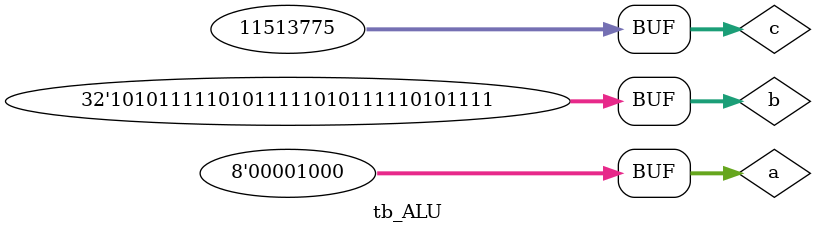
<source format=v>
`timescale 1ns/1ns
module tb_ALU();
    reg [7:0] a = 8'd4;
    reg [31:0] b = 32'hafaf_afaf;
    reg [31:0] c;
    initial begin
        #10;
        c = b << a;
        #10;
        a = 8'd8;
        c = b >> a;
        #10;
        c = b >>> a;
    end
endmodule
</source>
